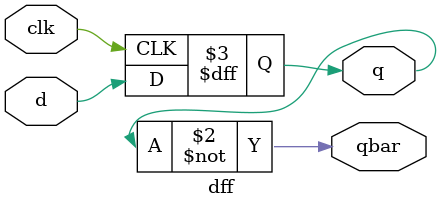
<source format=v>
module dff (
    input d,
    input clk,
    output reg q,
    output wire qbar
);

    always @(posedge clk)begin
        q <= d;
    end
    assign qbar = ~q;
    
endmodule
</source>
